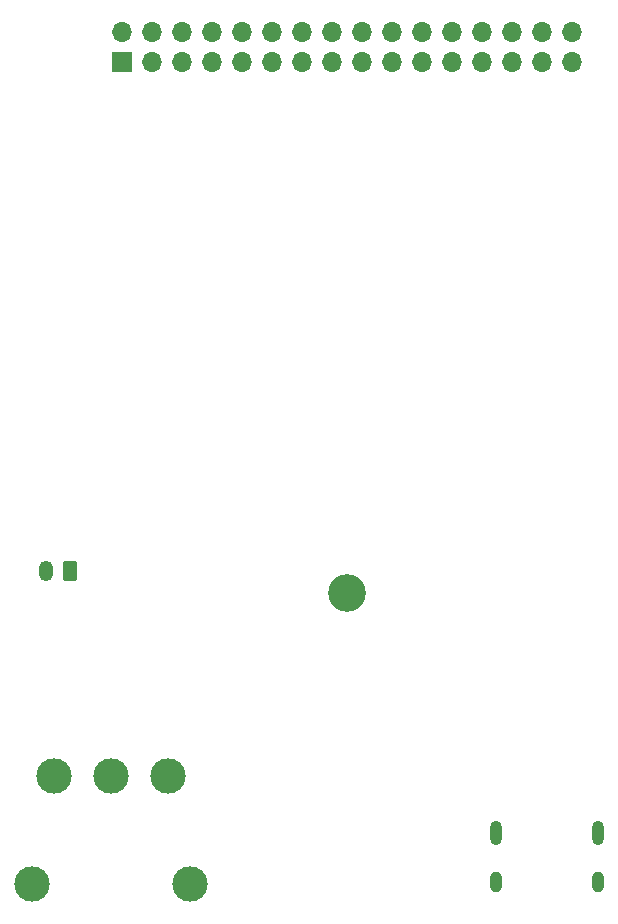
<source format=gbr>
%TF.GenerationSoftware,KiCad,Pcbnew,9.0.0*%
%TF.CreationDate,2025-03-28T03:41:13+02:00*%
%TF.ProjectId,Power_Board_3088F,506f7765-725f-4426-9f61-72645f333038,V0*%
%TF.SameCoordinates,Original*%
%TF.FileFunction,Soldermask,Bot*%
%TF.FilePolarity,Negative*%
%FSLAX46Y46*%
G04 Gerber Fmt 4.6, Leading zero omitted, Abs format (unit mm)*
G04 Created by KiCad (PCBNEW 9.0.0) date 2025-03-28 03:41:13*
%MOMM*%
%LPD*%
G01*
G04 APERTURE LIST*
G04 Aperture macros list*
%AMRoundRect*
0 Rectangle with rounded corners*
0 $1 Rounding radius*
0 $2 $3 $4 $5 $6 $7 $8 $9 X,Y pos of 4 corners*
0 Add a 4 corners polygon primitive as box body*
4,1,4,$2,$3,$4,$5,$6,$7,$8,$9,$2,$3,0*
0 Add four circle primitives for the rounded corners*
1,1,$1+$1,$2,$3*
1,1,$1+$1,$4,$5*
1,1,$1+$1,$6,$7*
1,1,$1+$1,$8,$9*
0 Add four rect primitives between the rounded corners*
20,1,$1+$1,$2,$3,$4,$5,0*
20,1,$1+$1,$4,$5,$6,$7,0*
20,1,$1+$1,$6,$7,$8,$9,0*
20,1,$1+$1,$8,$9,$2,$3,0*%
G04 Aperture macros list end*
%ADD10O,1.000000X2.100000*%
%ADD11O,1.000000X1.800000*%
%ADD12C,3.000000*%
%ADD13RoundRect,0.250000X0.350000X0.625000X-0.350000X0.625000X-0.350000X-0.625000X0.350000X-0.625000X0*%
%ADD14O,1.200000X1.750000*%
%ADD15R,1.700000X1.700000*%
%ADD16O,1.700000X1.700000*%
%ADD17C,3.200000*%
G04 APERTURE END LIST*
D10*
%TO.C,U4*%
X141220000Y-96651500D03*
X132580000Y-96651500D03*
D11*
X141220000Y-100831500D03*
X132580000Y-100831500D03*
%TD*%
D12*
%TO.C,SW1*%
X104800000Y-91800000D03*
X100000000Y-91800000D03*
X95200000Y-91800000D03*
X93350000Y-101000000D03*
X106650000Y-101000000D03*
%TD*%
D13*
%TO.C,J3*%
X96500000Y-74450000D03*
D14*
X94500000Y-74450000D03*
%TD*%
D15*
%TO.C,J1*%
X100950000Y-31375000D03*
D16*
X100950000Y-28835000D03*
X103490000Y-31375000D03*
X103490000Y-28835000D03*
X106030000Y-31375000D03*
X106030000Y-28835000D03*
X108570000Y-31375000D03*
X108570000Y-28835000D03*
X111110000Y-31375000D03*
X111110000Y-28835000D03*
X113650000Y-31375000D03*
X113650000Y-28835000D03*
X116190000Y-31375000D03*
X116190000Y-28835000D03*
X118730000Y-31375000D03*
X118730000Y-28835000D03*
X121270000Y-31375000D03*
X121270000Y-28835000D03*
X123810000Y-31375000D03*
X123810000Y-28835000D03*
X126350000Y-31375000D03*
X126350000Y-28835000D03*
X128890000Y-31375000D03*
X128890000Y-28835000D03*
X131430000Y-31375000D03*
X131430000Y-28835000D03*
X133970000Y-31375000D03*
X133970000Y-28835000D03*
X136510000Y-31375000D03*
X136510000Y-28835000D03*
X139050000Y-31375000D03*
X139050000Y-28835000D03*
%TD*%
D17*
%TO.C,H1*%
X120000000Y-76300000D03*
%TD*%
M02*

</source>
